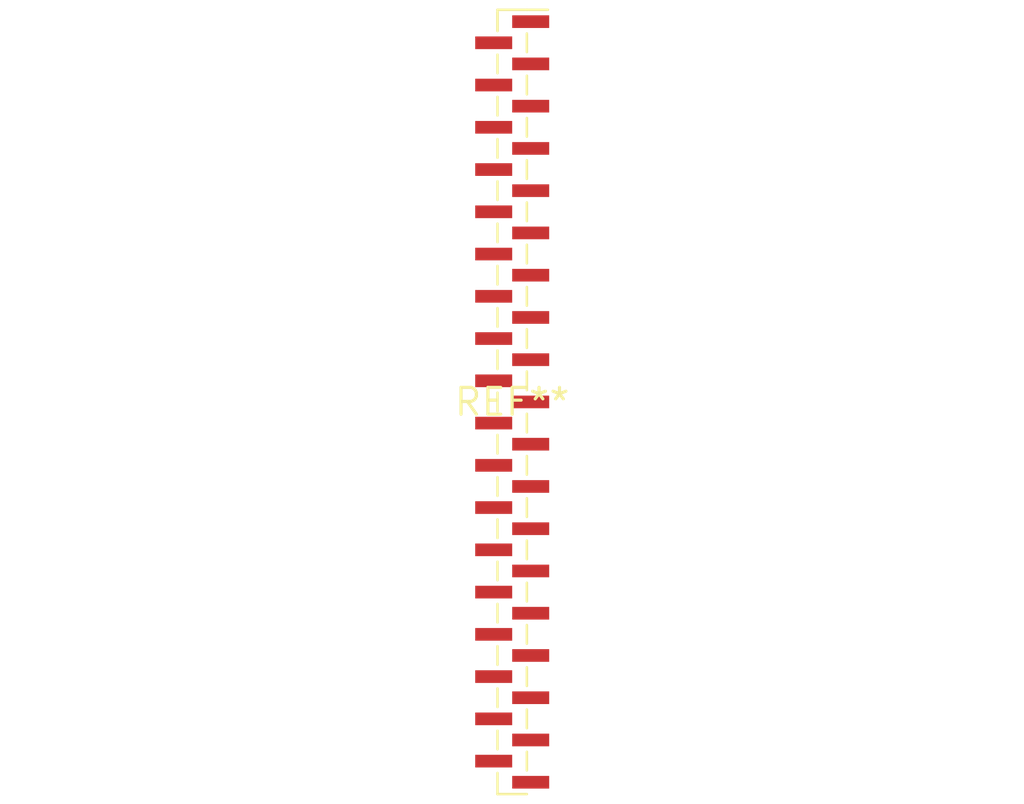
<source format=kicad_pcb>
(kicad_pcb (version 20240108) (generator pcbnew)
  (layers (0 "F.Cu" signal) (31 "B.Cu" signal) (34 "B.Paste" user) (35 "F.Paste" user) (36 "B.SilkS" user "B.Silkscreen") (37 "F.SilkS" user "F.Silkscreen") (38 "B.Mask" user) (39 "F.Mask" user) (44 "Edge.Cuts" user))
  (net 0 "")
  (footprint "PinHeader_1x37_P1.00mm_Vertical_SMD_Pin1Right" (layer "F.Cu") (at 0 0)
    (property "Reference" "REF**")
    (property "Value" "PinHeader_1x37_P1.00mm_Vertical_SMD_Pin1Right")
    (fp_line (start -0.695 -18.56) (end -0.695 -17.56) (layer "F.SilkS") (stroke (width 0.12)))
    (fp_line (start -0.695 -18.56) (end 0.695 -18.56) (layer "F.SilkS") (stroke (width 0.12)))
    (fp_line (start -0.695 -18.44) (end -0.695 -17.56) (layer "F.SilkS") (stroke (width 0.12)))
    (fp_line (start -0.695 -16.44) (end -0.695 -15.56) (layer "F.SilkS") (stroke (width 0.12)))
    (fp_line (start -0.695 -14.44) (end -0.695 -13.56) (layer "F.SilkS") (stroke (width 0.12)))
    (fp_line (start -0.695 -12.44) (end -0.695 -11.56) (layer "F.SilkS") (stroke (width 0.12)))
    (fp_line (start -0.695 -10.44) (end -0.695 -9.56) (layer "F.SilkS") (stroke (width 0.12)))
    (fp_line (start -0.695 -8.44) (end -0.695 -7.56) (layer "F.SilkS") (stroke (width 0.12)))
    (fp_line (start -0.695 -6.44) (end -0.695 -5.56) (layer "F.SilkS") (stroke (width 0.12)))
    (fp_line (start -0.695 -4.44) (end -0.695 -3.56) (layer "F.SilkS") (stroke (width 0.12)))
    (fp_line (start -0.695 -2.44) (end -0.695 -1.56) (layer "F.SilkS") (stroke (width 0.12)))
    (fp_line (start -0.695 -0.44) (end -0.695 0.44) (layer "F.SilkS") (stroke (width 0.12)))
    (fp_line (start -0.695 1.56) (end -0.695 2.44) (layer "F.SilkS") (stroke (width 0.12)))
    (fp_line (start -0.695 3.56) (end -0.695 4.44) (layer "F.SilkS") (stroke (width 0.12)))
    (fp_line (start -0.695 5.56) (end -0.695 6.44) (layer "F.SilkS") (stroke (width 0.12)))
    (fp_line (start -0.695 7.56) (end -0.695 8.44) (layer "F.SilkS") (stroke (width 0.12)))
    (fp_line (start -0.695 9.56) (end -0.695 10.44) (layer "F.SilkS") (stroke (width 0.12)))
    (fp_line (start -0.695 11.56) (end -0.695 12.44) (layer "F.SilkS") (stroke (width 0.12)))
    (fp_line (start -0.695 13.56) (end -0.695 14.44) (layer "F.SilkS") (stroke (width 0.12)))
    (fp_line (start -0.695 15.56) (end -0.695 16.44) (layer "F.SilkS") (stroke (width 0.12)))
    (fp_line (start -0.695 17.56) (end -0.695 18.56) (layer "F.SilkS") (stroke (width 0.12)))
    (fp_line (start -0.695 18.56) (end -0.695 18.56) (layer "F.SilkS") (stroke (width 0.12)))
    (fp_line (start -0.695 18.56) (end 0.695 18.56) (layer "F.SilkS") (stroke (width 0.12)))
    (fp_line (start 0.695 -18.56) (end 0.695 -18.56) (layer "F.SilkS") (stroke (width 0.12)))
    (fp_line (start 0.695 -18.56) (end 1.69 -18.56) (layer "F.SilkS") (stroke (width 0.12)))
    (fp_line (start 0.695 -17.44) (end 0.695 -16.56) (layer "F.SilkS") (stroke (width 0.12)))
    (fp_line (start 0.695 -15.44) (end 0.695 -14.56) (layer "F.SilkS") (stroke (width 0.12)))
    (fp_line (start 0.695 -13.44) (end 0.695 -12.56) (layer "F.SilkS") (stroke (width 0.12)))
    (fp_line (start 0.695 -11.44) (end 0.695 -10.56) (layer "F.SilkS") (stroke (width 0.12)))
    (fp_line (start 0.695 -9.44) (end 0.695 -8.56) (layer "F.SilkS") (stroke (width 0.12)))
    (fp_line (start 0.695 -7.44) (end 0.695 -6.56) (layer "F.SilkS") (stroke (width 0.12)))
    (fp_line (start 0.695 -5.44) (end 0.695 -4.56) (layer "F.SilkS") (stroke (width 0.12)))
    (fp_line (start 0.695 -3.44) (end 0.695 -2.56) (layer "F.SilkS") (stroke (width 0.12)))
    (fp_line (start 0.695 -1.44) (end 0.695 -0.56) (layer "F.SilkS") (stroke (width 0.12)))
    (fp_line (start 0.695 0.56) (end 0.695 1.44) (layer "F.SilkS") (stroke (width 0.12)))
    (fp_line (start 0.695 2.56) (end 0.695 3.44) (layer "F.SilkS") (stroke (width 0.12)))
    (fp_line (start 0.695 4.56) (end 0.695 5.44) (layer "F.SilkS") (stroke (width 0.12)))
    (fp_line (start 0.695 6.56) (end 0.695 7.44) (layer "F.SilkS") (stroke (width 0.12)))
    (fp_line (start 0.695 8.56) (end 0.695 9.44) (layer "F.SilkS") (stroke (width 0.12)))
    (fp_line (start 0.695 10.56) (end 0.695 11.44) (layer "F.SilkS") (stroke (width 0.12)))
    (fp_line (start 0.695 12.56) (end 0.695 13.44) (layer "F.SilkS") (stroke (width 0.12)))
    (fp_line (start 0.695 14.56) (end 0.695 15.44) (layer "F.SilkS") (stroke (width 0.12)))
    (fp_line (start 0.695 16.56) (end 0.695 17.44) (layer "F.SilkS") (stroke (width 0.12)))
    (pad "1" smd rect (at 0.875 -18) (size 1.75 0.6) (layers "F.Cu" "F.Paste" "F.Mask"))
    (pad "2" smd rect (at -0.875 -17) (size 1.75 0.6) (layers "F.Cu" "F.Paste" "F.Mask"))
    (pad "3" smd rect (at 0.875 -16) (size 1.75 0.6) (layers "F.Cu" "F.Paste" "F.Mask"))
    (pad "4" smd rect (at -0.875 -15) (size 1.75 0.6) (layers "F.Cu" "F.Paste" "F.Mask"))
    (pad "5" smd rect (at 0.875 -14) (size 1.75 0.6) (layers "F.Cu" "F.Paste" "F.Mask"))
    (pad "6" smd rect (at -0.875 -13) (size 1.75 0.6) (layers "F.Cu" "F.Paste" "F.Mask"))
    (pad "7" smd rect (at 0.875 -12) (size 1.75 0.6) (layers "F.Cu" "F.Paste" "F.Mask"))
    (pad "8" smd rect (at -0.875 -11) (size 1.75 0.6) (layers "F.Cu" "F.Paste" "F.Mask"))
    (pad "9" smd rect (at 0.875 -10) (size 1.75 0.6) (layers "F.Cu" "F.Paste" "F.Mask"))
    (pad "10" smd rect (at -0.875 -9) (size 1.75 0.6) (layers "F.Cu" "F.Paste" "F.Mask"))
    (pad "11" smd rect (at 0.875 -8) (size 1.75 0.6) (layers "F.Cu" "F.Paste" "F.Mask"))
    (pad "12" smd rect (at -0.875 -7) (size 1.75 0.6) (layers "F.Cu" "F.Paste" "F.Mask"))
    (pad "13" smd rect (at 0.875 -6) (size 1.75 0.6) (layers "F.Cu" "F.Paste" "F.Mask"))
    (pad "14" smd rect (at -0.875 -5) (size 1.75 0.6) (layers "F.Cu" "F.Paste" "F.Mask"))
    (pad "15" smd rect (at 0.875 -4) (size 1.75 0.6) (layers "F.Cu" "F.Paste" "F.Mask"))
    (pad "16" smd rect (at -0.875 -3) (size 1.75 0.6) (layers "F.Cu" "F.Paste" "F.Mask"))
    (pad "17" smd rect (at 0.875 -2) (size 1.75 0.6) (layers "F.Cu" "F.Paste" "F.Mask"))
    (pad "18" smd rect (at -0.875 -1) (size 1.75 0.6) (layers "F.Cu" "F.Paste" "F.Mask"))
    (pad "19" smd rect (at 0.875 0) (size 1.75 0.6) (layers "F.Cu" "F.Paste" "F.Mask"))
    (pad "20" smd rect (at -0.875 1) (size 1.75 0.6) (layers "F.Cu" "F.Paste" "F.Mask"))
    (pad "21" smd rect (at 0.875 2) (size 1.75 0.6) (layers "F.Cu" "F.Paste" "F.Mask"))
    (pad "22" smd rect (at -0.875 3) (size 1.75 0.6) (layers "F.Cu" "F.Paste" "F.Mask"))
    (pad "23" smd rect (at 0.875 4) (size 1.75 0.6) (layers "F.Cu" "F.Paste" "F.Mask"))
    (pad "24" smd rect (at -0.875 5) (size 1.75 0.6) (layers "F.Cu" "F.Paste" "F.Mask"))
    (pad "25" smd rect (at 0.875 6) (size 1.75 0.6) (layers "F.Cu" "F.Paste" "F.Mask"))
    (pad "26" smd rect (at -0.875 7) (size 1.75 0.6) (layers "F.Cu" "F.Paste" "F.Mask"))
    (pad "27" smd rect (at 0.875 8) (size 1.75 0.6) (layers "F.Cu" "F.Paste" "F.Mask"))
    (pad "28" smd rect (at -0.875 9) (size 1.75 0.6) (layers "F.Cu" "F.Paste" "F.Mask"))
    (pad "29" smd rect (at 0.875 10) (size 1.75 0.6) (layers "F.Cu" "F.Paste" "F.Mask"))
    (pad "30" smd rect (at -0.875 11) (size 1.75 0.6) (layers "F.Cu" "F.Paste" "F.Mask"))
    (pad "31" smd rect (at 0.875 12) (size 1.75 0.6) (layers "F.Cu" "F.Paste" "F.Mask"))
    (pad "32" smd rect (at -0.875 13) (size 1.75 0.6) (layers "F.Cu" "F.Paste" "F.Mask"))
    (pad "33" smd rect (at 0.875 14) (size 1.75 0.6) (layers "F.Cu" "F.Paste" "F.Mask"))
    (pad "34" smd rect (at -0.875 15) (size 1.75 0.6) (layers "F.Cu" "F.Paste" "F.Mask"))
    (pad "35" smd rect (at 0.875 16) (size 1.75 0.6) (layers "F.Cu" "F.Paste" "F.Mask"))
    (pad "36" smd rect (at -0.875 17) (size 1.75 0.6) (layers "F.Cu" "F.Paste" "F.Mask"))
    (pad "37" smd rect (at 0.875 18) (size 1.75 0.6) (layers "F.Cu" "F.Paste" "F.Mask"))
  )
)
</source>
